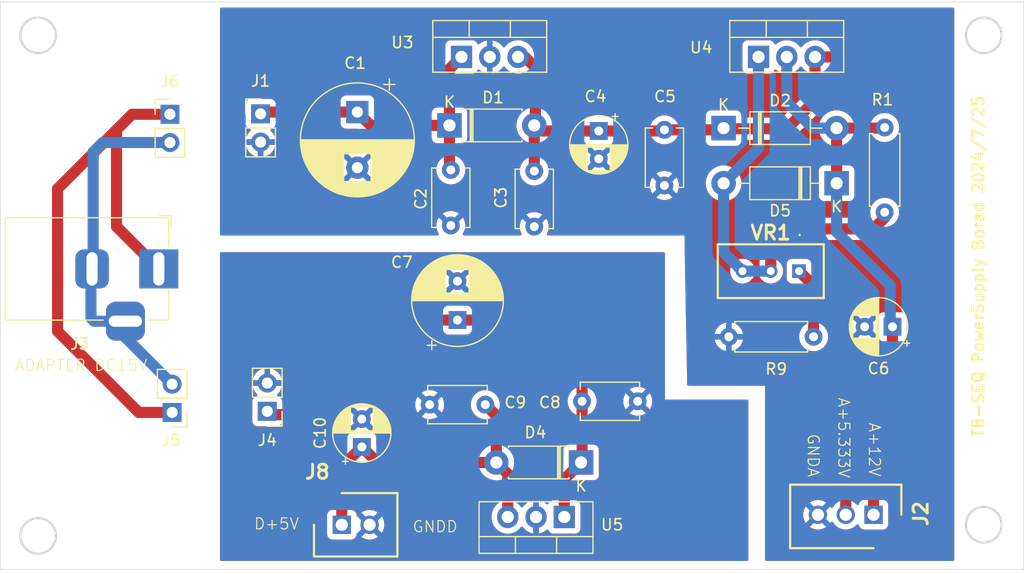
<source format=kicad_pcb>
(kicad_pcb (version 20240108) (generator "pcbnew") (generator_version "8.0")
  (layers (0 "F.Cu" signal) (31 "B.Cu" signal) (34 "B.Paste" user) (35 "F.Paste" user) (36 "B.SilkS" user "B.Silkscreen") (37 "F.SilkS" user "F.Silkscreen") (38 "B.Mask" user) (39 "F.Mask" user) (44 "Edge.Cuts" user))
  (net 0 "")
  (net 1 "GNDA")
  (net 2 "A+12V")
  (net 3 "A+5.333V")
  (net 4 "D+5V")
  (net 5 "Net-(U4-ADJ)")
  (net 6 "unconnected-(VR1-CCW-Pad1)")
  (net 7 "unconnected-(J1-Pin_1-Pad1)")
  (net 8 "GNDD")
  (net 9 "Net-(J4-Pin_1)")
  (net 10 "ADAPTER GND")
  (net 11 "ADAPTER+15V")
  (footprint "Capacitor_THT:CP_Radial_D8.0mm_P3.50mm" (layer "F.Cu") (at 102.1 71.6 90)
    (property "Reference" "C7" (at 5.2 -5 180) (layer "F.SilkS"))
    (property "Value" "470uF/25V")
    (pad "1" thru_hole rect (at 0 0 90) (size 1.6 1.6) (drill 0.8) (layers "*.Cu" "*.Mask") (net 9 "Net-(J4-Pin_1)"))
    (pad "2" thru_hole circle (at 3.5 0 90) (size 1.6 1.6) (drill 0.8) (layers "*.Cu" "*.Mask") (net 8 "GNDD"))
  )
  (footprint "Capacitor_THT:C_Disc_D5.1mm_W3.2mm_P5.00mm" (layer "F.Cu") (at 104.6 79.2 180)
    (property "Reference" "C9" (at -2.7 0.2 180) (layer "F.SilkS"))
    (property "Value" "0.1uF")
    (pad "1" thru_hole circle (at 0 0 180) (size 1.6 1.6) (drill 0.8) (layers "*.Cu" "*.Mask") (net 4 "D+5V"))
    (pad "2" thru_hole circle (at 5 0 180) (size 1.6 1.6) (drill 0.8) (layers "*.Cu" "*.Mask") (net 8 "GNDD"))
  )
  (footprint "Package_TO_SOT_THT:TO-220-3_Vertical" (layer "F.Cu") (at 129.16 47.945)
    (property "Reference" "U4" (at -5.16 -0.845 360) (layer "F.SilkS"))
    (property "Value" "LM317_TO-220")
    (pad "1" thru_hole rect (at 0 0) (size 1.905 2) (drill 1.1) (layers "*.Cu" "*.Mask") (net 5 "Net-(U4-ADJ)"))
    (pad "2" thru_hole oval (at 2.54 0) (size 1.905 2) (drill 1.1) (layers "*.Cu" "*.Mask") (net 3 "A+5.333V"))
    (pad "3" thru_hole oval (at 5.08 0) (size 1.905 2) (drill 1.1) (layers "*.Cu" "*.Mask") (net 2 "A+12V"))
  )
  (footprint "Connector_PinHeader_2.54mm:PinHeader_1x02_P2.54mm_Vertical" (layer "F.Cu") (at 76.25 53.1)
    (property "Reference" "J6" (at 0 -2.96 360) (layer "F.SilkS"))
    (property "Value" "Conn_01x02_Pin")
    (pad "1" thru_hole rect (at 0 0) (size 1.7 1.7) (drill 1) (layers "*.Cu" "*.Mask") (net 11 "ADAPTER+15V"))
    (pad "2" thru_hole oval (at 0 2.54) (size 1.7 1.7) (drill 1) (layers "*.Cu" "*.Mask") (net 10 "ADAPTER GND"))
  )
  (footprint "Connector_PinHeader_2.54mm:PinHeader_1x02_P2.54mm_Vertical" (layer "F.Cu") (at 85 79.8 180)
    (property "Reference" "J4" (at 0 -2.6 180) (layer "F.SilkS"))
    (property "Value" "Conn_01x02_Pin")
    (pad "1" thru_hole rect (at 0 0 180) (size 1.7 1.7) (drill 1) (layers "*.Cu" "*.Mask") (net 9 "Net-(J4-Pin_1)"))
    (pad "2" thru_hole oval (at 0 2.54 180) (size 1.7 1.7) (drill 1) (layers "*.Cu" "*.Mask") (net 8 "GNDD"))
  )
  (footprint "Package_TO_SOT_THT:TO-220-3_Vertical" (layer "F.Cu") (at 102.46 47.945)
    (property "Reference" "U3" (at -5.31 -1.3 0) (layer "F.SilkS"))
    (property "Value" "L7812")
    (pad "1" thru_hole rect (at 0 0) (size 1.905 2) (drill 1.1) (layers "*.Cu" "*.Mask") (net 7 "unconnected-(J1-Pin_1-Pad1)"))
    (pad "2" thru_hole oval (at 2.54 0) (size 1.905 2) (drill 1.1) (layers "*.Cu" "*.Mask") (net 1 "GNDA"))
    (pad "3" thru_hole oval (at 5.08 0) (size 1.905 2) (drill 1.1) (layers "*.Cu" "*.Mask") (net 2 "A+12V"))
  )
  (footprint "Resistor_THT:R_Axial_DIN0207_L6.3mm_D2.5mm_P7.62mm_Horizontal" (layer "F.Cu") (at 134.11 73.1 180)
    (property "Reference" "R9" (at 3.36 -2.9 0) (layer "F.SilkS"))
    (property "Value" "330")
    (pad "1" thru_hole circle (at 0 0 180) (size 1.6 1.6) (drill 0.8) (layers "*.Cu" "*.Mask") (net 6 "unconnected-(VR1-CCW-Pad1)"))
    (pad "2" thru_hole oval (at 7.62 0 180) (size 1.6 1.6) (drill 0.8) (layers "*.Cu" "*.Mask") (net 1 "GNDA"))
  )
  (footprint "Connector_PinHeader_2.54mm:PinHeader_1x02_P2.54mm_Vertical" (layer "F.Cu") (at 84.4 53.06)
    (property "Reference" "J1" (at 0 -2.96 0) (layer "F.SilkS"))
    (property "Value" "Conn_01x02_Pin")
    (pad "1" thru_hole rect (at 0 0) (size 1.7 1.7) (drill 1) (layers "*.Cu" "*.Mask") (net 7 "unconnected-(J1-Pin_1-Pad1)"))
    (pad "2" thru_hole oval (at 0 2.54) (size 1.7 1.7) (drill 1) (layers "*.Cu" "*.Mask") (net 1 "GNDA"))
  )
  (footprint "Capacitor_THT:C_Disc_D5.1mm_W3.2mm_P5.00mm" (layer "F.Cu") (at 120.7 54.5 -90)
    (property "Reference" "C5" (at -3 -0.05 0) (layer "F.SilkS"))
    (property "Value" "0.1uF")
    (pad "1" thru_hole circle (at 0 0 270) (size 1.6 1.6) (drill 0.8) (layers "*.Cu" "*.Mask") (net 2 "A+12V"))
    (pad "2" thru_hole circle (at 5 0 270) (size 1.6 1.6) (drill 0.8) (layers "*.Cu" "*.Mask") (net 1 "GNDA"))
  )
  (footprint "SamacSys_Parts:SHDR3W64P0X250_1X3_1000X570X950P" (layer "F.Cu") (at 139.5 89.1)
    (property "Reference" "J2" (at 4.25 -0.1 -90) (layer "F.SilkS") (effects (font (size 1.27 1.27) (thickness 0.254))))
    (property "Value" "DF1BZ-3P-2.5DS" (hide yes))
    (pad "1" thru_hole rect (at 0 0) (size 1.65 1.65) (drill 1.1) (layers "*.Cu" "*.Mask") (net 2 "A+12V"))
    (pad "2" thru_hole circle (at -2.5 0) (size 1.65 1.65) (drill 1.1) (layers "*.Cu" "*.Mask") (net 3 "A+5.333V"))
    (pad "3" thru_hole circle (at -5 0) (size 1.65 1.65) (drill 1.1) (layers "*.Cu" "*.Mask") (net 1 "GNDA"))
  )
  (footprint "Capacitor_THT:C_Disc_D5.1mm_W3.2mm_P5.00mm" (layer "F.Cu") (at 109 58.2 -90)
    (property "Reference" "C3" (at 2.4 3 90) (layer "F.SilkS"))
    (property "Value" "0.1uF")
    (pad "1" thru_hole circle (at 0 0 270) (size 1.6 1.6) (drill 0.8) (layers "*.Cu" "*.Mask") (net 2 "A+12V"))
    (pad "2" thru_hole circle (at 5 0 270) (size 1.6 1.6) (drill 0.8) (layers "*.Cu" "*.Mask") (net 1 "GNDA"))
  )
  (footprint "SamacSys_Parts:3296W1502A" (layer "F.Cu") (at 132.8 67.2 90)
    (property "Reference" "VR1" (at 3.45 -2.55 0) (layer "F.SilkS") (effects (font (size 1.27 1.27) (thickness 0.254))))
    (property "Value" "3296W-1-502A" (hide yes))
    (pad "1" thru_hole rect (at 0 0 90) (size 1.217 1.217) (drill 0.71) (layers "*.Cu" "*.Mask") (net 6 "unconnected-(VR1-CCW-Pad1)"))
    (pad "2" thru_hole circle (at 0 -2.54 90) (size 1.217 1.217) (drill 0.71) (layers "*.Cu" "*.Mask") (net 5 "Net-(U4-ADJ)"))
    (pad "3" thru_hole circle (at 0 -5.08 90) (size 1.217 1.217) (drill 0.71) (layers "*.Cu" "*.Mask") (net 5 "Net-(U4-ADJ)"))
  )
  (footprint "Capacitor_THT:CP_Radial_D5.0mm_P2.50mm" (layer "F.Cu") (at 114.8 54.6 -90)
    (property "Reference" "C4" (at -3.1 0.3 180) (layer "F.SilkS"))
    (property "Value" "100uF/25V")
    (pad "1" thru_hole rect (at 0 0 270) (size 1.6 1.6) (drill 0.8) (layers "*.Cu" "*.Mask") (net 2 "A+12V"))
    (pad "2" thru_hole circle (at 2.5 0 270) (size 1.6 1.6) (drill 0.8) (layers "*.Cu" "*.Mask") (net 1 "GNDA"))
  )
  (footprint "Connector_BarrelJack:BarrelJack_Horizontal" (layer "F.Cu") (at 75.25 67)
    (property "Reference" "J3" (at -7.1 6.75 0) (layer "F.SilkS"))
    (property "Value" "Barrel_Jack_Switch")
    (pad "1" thru_hole rect (at 0 0) (size 3.5 3.5) (drill oval 1 3) (layers "*.Cu" "*.Mask") (net 11 "ADAPTER+15V"))
    (pad "2" thru_hole roundrect (at -6 0) (size 3 3.5) (drill oval 1 3) (layers "*.Cu" "*.Mask") (net 10 "ADAPTER GND"))
    (pad "3" thru_hole roundrect (at -3 4.7) (size 3.5 3.5) (drill oval 3 1) (layers "*.Cu" "*.Mask") (net 10 "ADAPTER GND"))
  )
  (footprint "Capacitor_THT:C_Disc_D5.1mm_W3.2mm_P5.00mm" (layer "F.Cu") (at 101.5 58.1 -90)
    (property "Reference" "C2" (at 2.6 2.7 90) (layer "F.SilkS"))
    (property "Value" "0.1uF")
    (pad "1" thru_hole circle (at 0 0 270) (size 1.6 1.6) (drill 0.8) (layers "*.Cu" "*.Mask") (net 7 "unconnected-(J1-Pin_1-Pad1)"))
    (pad "2" thru_hole circle (at 5 0 270) (size 1.6 1.6) (drill 0.8) (layers "*.Cu" "*.Mask") (net 1 "GNDA"))
  )
  (footprint "Capacitor_THT:CP_Radial_D5.0mm_P2.50mm" (layer "F.Cu") (at 141.2 72.2 180)
    (property "Reference" "C6" (at 1.25 -3.75 180) (layer "F.SilkS"))
    (property "Value" "1uF/25V")
    (pad "1" thru_hole rect (at 0 0 180) (size 1.6 1.6) (drill 0.8) (layers "*.Cu" "*.Mask") (net 3 "A+5.333V"))
    (pad "2" thru_hole circle (at 2.5 0 180) (size 1.6 1.6) (drill 0.8) (layers "*.Cu" "*.Mask") (net 1 "GNDA"))
  )
  (footprint "Resistor_THT:R_Axial_DIN0207_L6.3mm_D2.5mm_P7.62mm_Horizontal" (layer "F.Cu") (at 140.5 54.29 -90)
    (property "Reference" "R1" (at -2.5 0.2 0) (layer "F.SilkS"))
    (property "Value" "120")
    (pad "1" thru_hole circle (at 0 0 270) (size 1.6 1.6) (drill 0.8) (layers "*.Cu" "*.Mask") (net 3 "A+5.333V"))
    (pad "2" thru_hole oval (at 7.62 0 270) (size 1.6 1.6) (drill 0.8) (layers "*.Cu" "*.Mask") (net 5 "Net-(U4-ADJ)"))
  )
  (footprint "Diode_THT:D_DO-41_SOD81_P7.62mm_Horizontal" (layer "F.Cu") (at 101.38 54.1)
    (property "Reference" "D1" (at 3.92 -2.5 0) (layer "F.SilkS"))
    (property "Value" "SBM245L")
    (fp_text user "K" (at 0 -2.1 0) (layer "F.SilkS"))
    (pad "1" thru_hole rect (at 0 0) (size 2.2 2.2) (drill 1.1) (layers "*.Cu" "*.Mask") (net 7 "unconnected-(J1-Pin_1-Pad1)"))
    (pad "2" thru_hole oval (at 7.62 0) (size 2.2 2.2) (drill 1.1) (layers "*.Cu" "*.Mask") (net 2 "A+12V"))
  )
  (footprint "Package_TO_SOT_THT:TO-220-3_Vertical" (layer "F.Cu") (at 111.7 89.3 180)
    (property "Reference" "U5" (at -4.3 -0.7 180) (layer "F.SilkS"))
    (property "Value" "L7805")
    (pad "1" thru_hole rect (at 0 0 180) (size 1.905 2) (drill 1.1) (layers "*.Cu" "*.Mask") (net 9 "Net-(J4-Pin_1)"))
    (pad "2" thru_hole oval (at 2.54 0 180) (size 1.905 2) (drill 1.1) (layers "*.Cu" "*.Mask") (net 8 "GNDD"))
    (pad "3" thru_hole oval (at 5.08 0 180) (size 1.905 2) (drill 1.1) (layers "*.Cu" "*.Mask") (net 4 "D+5V"))
  )
  (footprint "Diode_THT:D_DO-41_SOD81_P7.62mm_Horizontal" (layer "F.Cu") (at 113.21 84.4 180)
    (property "Reference" "D4" (at 4.11 2.7 180) (layer "F.SilkS"))
    (property "Value" "SBM245L")
    (fp_text user "K" (at 0 -2.1 180) (layer "F.SilkS"))
    (pad "1" thru_hole rect (at 0 0 180) (size 2.2 2.2) (drill 1.1) (layers "*.Cu" "*.Mask") (net 9 "Net-(J4-Pin_1)"))
    (pad "2" thru_hole oval (at 7.62 0 180) (size 2.2 2.2) (drill 1.1) (layers "*.Cu" "*.Mask") (net 4 "D+5V"))
  )
  (footprint "Capacitor_THT:CP_Radial_D5.0mm_P2.50mm" (layer "F.Cu") (at 93.5 83 90)
    (property "Reference" "C10" (at 1.25 -3.75 90) (layer "F.SilkS"))
    (property "Value" "100uF/25V")
    (pad "1" thru_hole rect (at 0 0 90) (size 1.6 1.6) (drill 0.8) (layers "*.Cu" "*.Mask") (net 4 "D+5V"))
    (pad "2" thru_hole circle (at 2.5 0 90) (size 1.6 1.6) (drill 0.8) (layers "*.Cu" "*.Mask") (net 8 "GNDD"))
  )
  (footprint "Capacitor_THT:C_Disc_D5.1mm_W3.2mm_P5.00mm" (layer "F.Cu") (at 113.3 78.9)
    (property "Reference" "C8" (at -2.9 0.1 360) (layer "F.SilkS"))
    (property "Value" "0.1uF")
    (pad "1" thru_hole circle (at 0 0) (size 1.6 1.6) (drill 0.8) (layers "*.Cu" "*.Mask") (net 9 "Net-(J4-Pin_1)"))
    (pad "2" thru_hole circle (at 5 0) (size 1.6 1.6) (drill 0.8) (layers "*.Cu" "*.Mask") (net 8 "GNDD"))
  )
  (footprint "Capacitor_THT:CP_Radial_D10.0mm_P5.00mm" (layer "F.Cu") (at 93.1 52.9 -90)
    (property "Reference" "C1" (at -4.4 0.2 0) (layer "F.SilkS"))
    (property "Value" "1000uF/25V")
    (pad "1" thru_hole rect (at 0 0 270) (size 2 2) (drill 1) (layers "*.Cu" "*.Mask") (net 7 "unconnected-(J1-Pin_1-Pad1)"))
    (pad "2" thru_hole circle (at 5 0 270) (size 2 2) (drill 1) (layers "*.Cu" "*.Mask") (net 1 "GNDA"))
  )
  (footprint "Connector_PinHeader_2.54mm:PinHeader_1x02_P2.54mm_Vertical" (layer "F.Cu") (at 76.45 79.9 180)
    (property "Reference" "J5" (at 0.1 -2.5 180) (layer "F.SilkS"))
    (property "Value" "Conn_01x02_Pin")
    (pad "1" thru_hole rect (at 0 0 180) (size 1.7 1.7) (drill 1) (layers "*.Cu" "*.Mask") (net 11 "ADAPTER+15V"))
    (pad "2" thru_hole oval (at 0 2.54 180) (size 1.7 1.7) (drill 1) (layers "*.Cu" "*.Mask") (net 10 "ADAPTER GND"))
  )
  (footprint "Diode_THT:D_DO-41_SOD81_P10.16mm_Horizontal" (layer "F.Cu") (at 126.02 54.344887)
    (property "Reference" "D2" (at 5.08 -2.47 360) (layer "F.SilkS"))
    (property "Value" "1N4001")
    (fp_text user "K" (at 0 -2.1 360) (layer "F.SilkS"))
    (pad "1" thru_hole rect (at 0 0) (size 2.2 2.2) (drill 1.1) (layers "*.Cu" "*.Mask") (net 2 "A+12V"))
    (pad "2" thru_hole oval (at 10.16 0) (size 2.2 2.2) (drill 1.1) (layers "*.Cu" "*.Mask") (net 3 "A+5.333V"))
  )
  (footprint "SamacSys_Parts:SHDR2W64P0X250_1X2_750X570X950P" (layer "F.Cu") (at 91.7 90 180)
    (property "Reference" "J8" (at 2.2 4.75 180) (layer "F.SilkS") (effects (font (size 1.27 1.27) (thickness 0.254))))
    (property "Value" "DF1BZ-2P-2.5DSA" (hide yes))
    (pad "1" thru_hole rect (at 0 0 180) (size 1.65 1.65) (drill 1.1) (layers "*.Cu" "*.Mask") (net 4 "D+5V"))
    (pad "2" thru_hole circle (at -2.5 0 180) (size 1.65 1.65) (drill 1.1) (layers "*.Cu" "*.Mask") (net 8 "GNDD"))
  )
  (footprint "Diode_THT:D_DO-41_SOD81_P10.16mm_Horizontal" (layer "F.Cu") (at 136.18 59.3 180)
    (property "Reference" "D5" (at 5.08 -2.47 180) (layer "F.SilkS"))
    (property "Value" "1N4001")
    (fp_text user "K" (at 0 -2.1 180) (layer "F.SilkS"))
    (pad "1" thru_hole rect (at 0 0 180) (size 2.2 2.2) (drill 1.1) (layers "*.Cu" "*.Mask") (net 3 "A+5.333V"))
    (pad "2" thru_hole oval (at 10.16 0 180) (size 2.2 2.2) (drill 1.1) (layers "*.Cu" "*.Mask") (net 5 "Net-(U4-ADJ)"))
  )
  (gr_circle (center 64.4 46) (end 66 46) (stroke (width 0.2)) (fill none) (layer "Edge.Cuts"))
  (gr_circle (center 64.4 91) (end 66 91) (stroke (width 0.2)) (fill none) (layer "Edge.Cuts"))
  (gr_circle (center 149.4 46) (end 151 46) (stroke (width 0.2)) (fill none) (layer "Edge.Cuts"))
  (gr_circle (center 149.4 90) (end 151 90) (stroke (width 0.2)) (fill none) (layer "Edge.Cuts"))
  (gr_rect (start 61 43) (end 153 94) (stroke (width 0.05)) (fill none) (layer "Edge.Cuts"))
  (gr_text "D+5V" (at 83.75 90.5 0) (layer "F.SilkS") (effects (font (size 1 1) (thickness 0.1)) (justify left bottom)))
  (gr_text "GNDA" (at 133.5 81.75 -90) (layer "F.SilkS") (effects (font (size 1 1) (thickness 0.1)) (justify left bottom)))
  (gr_text "A+12V" (at 139 80.75 -90) (layer "F.SilkS") (effects (font (size 1 1) (thickness 0.1)) (justify left bottom)))
  (gr_text "TB-SEQ PowerSupply Borad 2024/7/25" (at 149.5 82.25 90) (layer "F.SilkS") (effects (font (size 1 1) (thickness 0.2)) (justify left bottom)))
  (gr_text "GNDD" (at 98 90.75 0) (layer "F.SilkS") (effects (font (size 1 1) (thickness 0.1)) (justify left bottom)))
  (gr_text "ADAPTER DC15V" (at 62.25 76.25 0) (layer "F.SilkS") (effects (font (size 1 1) (thickness 0.1)) (justify left bottom)))
  (gr_text "A+5.333V" (at 136.25 78.5 -90) (layer "F.SilkS") (effects (font (size 1 1) (thickness 0.1)) (justify left bottom)))
  (segment (start 120.7 54.5) (end 125.864887 54.5) (width 1) (layer "F.Cu") (net 2))
  (segment (start 109.1 48.9) (end 109.1 54) (width 1) (layer "F.Cu") (net 2))
  (segment (start 125.864887 54.5) (end 126.02 54.344887) (width 1) (layer "F.Cu") (net 2))
  (segment (start 109 54.1) (end 109 58.2) (width 1) (layer "F.Cu") (net 2))
  (segment (start 109.5 54.6) (end 109 54.1) (width 1) (layer "F.Cu") (net 2))
  (segment (start 144.5 50.9) (end 141.5 47.9) (width 1) (layer "F.Cu") (net 2))
  (segment (start 131.7 54.4) (end 134.24 51.86) (width 1) (layer "F.Cu") (net 2))
  (segment (start 141.455 47.945) (end 134.24 47.945) (width 1) (layer "F.Cu") (net 2))
  (segment (start 108.145 47.945) (end 109.1 48.9) (width 1) (layer "F.Cu") (net 2))
  (segment (start 139.5 89.1) (end 139.5 80.3) (width 1) (layer "F.Cu") (net 2))
  (segment (start 134.24 51.86) (end 134.24 47.945) (width 1) (layer "F.Cu") (net 2))
  (segment (start 141.5 47.9) (end 141.455 47.945) (width 1) (layer "F.Cu") (net 2))
  (segment (start 144.5 75.3) (end 144.5 50.9) (width 1) (layer "F.Cu") (net 2))
  (segment (start 107.54 47.945) (end 108.145 47.945) (width 1) (layer "F.Cu") (net 2))
  (segment (start 126.02 54.344887) (end 126.075113 54.4) (width 1) (layer "F.Cu") (net 2))
  (segment (start 120.6 54.6) (end 120.7 54.5) (width 1) (layer "F.Cu") (net 2))
  (segment (start 114.8 54.6) (end 120.6 54.6) (width 1) (layer "F.Cu") (net 2))
  (segment (start 139.5 80.3) (end 144.5 75.3) (width 1) (layer "F.Cu") (net 2))
  (segment (start 109.1 54) (end 109 54.1) (width 1) (layer "F.Cu") (net 2))
  (segment (start 126.075113 54.4) (end 131.7 54.4) (width 1) (layer "F.Cu") (net 2))
  (segment (start 114.8 54.6) (end 109.5 54.6) (width 1) (layer "F.Cu") (net 2))
  (segment (start 141.2 74.9) (end 137 79.1) (width 1) (layer "F.Cu") (net 3))
  (segment (start 141.2 72.2) (end 141.2 74.9) (width 1) (layer "F.Cu") (net 3))
  (segment (start 136.18 54.344887) (end 140.445113 54.344887) (width 1) (layer "F.Cu") (net 3))
  (segment (start 137 79.1) (end 137 89.1) (width 1) (layer "F.Cu") (net 3))
  (segment (start 140.445113 54.344887) (end 140.5 54.29) (width 1) (layer "F.Cu") (net 3))
  (segment (start 136.18 54.344887) (end 136.18 59.3) (width 1) (layer "F.Cu") (net 3))
  (segment (start 131.7 52) (end 131.7 47.945) (width 1) (layer "B.Cu") (net 3))
  (segment (start 136.18 54.344887) (end 134.044887 54.344887) (width 1) (layer "B.Cu") (net 3))
  (segment (start 136.18 63.68) (end 141 68.5) (width 1) (layer "B.Cu") (net 3))
  (segment (start 141 72) (end 141.2 72.2) (width 1) (layer "B.Cu") (net 3))
  (segment (start 134.044887 54.344887) (end 131.7 52) (width 1) (layer "B.Cu") (net 3))
  (segment (start 136.18 59.3) (end 136.18 63.68) (width 1) (layer "B.Cu") (net 3))
  (segment (start 141 68.5) (end 141 72) (width 1) (layer "B.Cu") (net 3))
  (segment (start 91.7 84.8) (end 93.5 83) (width 1) (layer "F.Cu") (net 4))
  (segment (start 106.62 89.3) (end 106.62 85.43) (width 1) (layer "F.Cu") (net 4))
  (segment (start 105.59 84.4) (end 105.59 80.19) (width 1) (layer "F.Cu") (net 4))
  (segment (start 93.5 83) (end 94.9 84.4) (width 1) (layer "F.Cu") (net 4))
  (segment (start 105.59 80.19) (end 104.6 79.2) (width 1) (layer "F.Cu") (net 4))
  (segment (start 94.9 84.4) (end 105.59 84.4) (width 1) (layer "F.Cu") (net 4))
  (segment (start 106.62 85.43) (end 105.59 84.4) (width 1) (layer "F.Cu") (net 4))
  (segment (start 91.7 90) (end 91.7 84.8) (width 1) (layer "F.Cu") (net 4))
  (segment (start 140.5 61.91) (end 140.5 62.4) (width 1) (layer "F.Cu") (net 5))
  (segment (start 140.5 62.4) (end 139.5 63.4) (width 1) (layer "F.Cu") (net 5))
  (segment (start 131.1 63.4) (end 130.26 64.24) (width 1) (layer "F.Cu") (net 5))
  (segment (start 130.26 64.24) (end 130.26 67.2) (width 1) (layer "F.Cu") (net 5))
  (segment (start 139.5 63.4) (end 131.1 63.4) (width 1) (layer "F.Cu") (net 5))
  (segment (start 126.02 59.3) (end 126.02 65.5) (width 1) (layer "B.Cu") (net 5))
  (segment (start 126.02 65.5) (end 127.72 67.2) (width 1) (layer "B.Cu") (net 5))
  (segment (start 130.26 67.2) (end 127.72 67.2) (width 1) (layer "B.Cu") (net 5))
  (segment (start 129.16 47.945) (end 129.16 56.16) (width 1) (layer "B.Cu") (net 5))
  (segment (start 129.16 56.16) (end 126.02 59.3) (width 1) (layer "B.Cu") (net 5))
  (segment (start 132.8 67.2) (end 134.11 68.51) (width 1) (layer "F.Cu") (net 6))
  (segment (start 134.11 68.51) (end 134.11 73.1) (width 1) (layer "F.Cu") (net 6))
  (segment (start 84.56 52.9) (end 84.4 53.06) (width 1) (layer "F.Cu") (net 7))
  (segment (start 94.3 54.1) (end 93.1 52.9) (width 1) (layer "F.Cu") (net 7))
  (segment (start 101.38 54.1) (end 94.3 54.1) (width 1) (layer "F.Cu") (net 7))
  (segment (start 101.38 54.1) (end 101.38 49.025) (width 1) (layer "F.Cu") (net 7))
  (segment (start 101.38 49.025) (end 102.46 47.945) (width 1) (layer "F.Cu") (net 7))
  (segment (start 101.38 54.1) (end 101.38 57.98) (width 1) (layer "F.Cu") (net 7))
  (segment (start 93.1 52.9) (end 84.56 52.9) (width 1) (layer "F.Cu") (net 7))
  (segment (start 101.38 57.98) (end 101.5 58.1) (width 1) (layer "F.Cu") (net 7))
  (segment (start 87.9 80.1) (end 85.3 80.1) (width 1) (layer "F.Cu") (net 9))
  (segment (start 113.3 84.31) (end 113.21 84.4) (width 1) (layer "F.Cu") (net 9))
  (segment (start 85.3 80.1) (end 85 79.8) (width 1) (layer "F.Cu") (net 9))
  (segment (start 111.7 85.91) (end 111.7 89.3) (width 1) (layer "F.Cu") (net 9))
  (segment (start 96.4 71.6) (end 87.9 80.1) (width 1) (layer "F.Cu") (net 9))
  (segment (start 113.3 74.8) (end 113.3 78.9) (width 1) (layer "F.Cu") (net 9))
  (segment (start 102.1 71.6) (end 96.4 71.6) (width 1) (layer "F.Cu") (net 9))
  (segment (start 110.1 71.6) (end 113.3 74.8) (width 1) (layer "F.Cu") (net 9))
  (segment (start 102.1 71.6) (end 110.1 71.6) (width 1) (layer "F.Cu") (net 9))
  (segment (start 113.21 84.4) (end 111.7 85.91) (width 1) (layer "F.Cu") (net 9))
  (segment (start 113.3 78.9) (end 113.3 84.31) (width 1) (layer "F.Cu") (net 9))
  (segment (start 76.45 77.36) (end 72.25 73.16) (width 1) (layer "B.Cu") (net 10))
  (segment (start 72.25 71.7) (end 69.45 71.7) (width 1) (layer "B.Cu") (net 10))
  (segment (start 69.35 66.9) (end 69.25 67) (width 1) (layer "B.Cu") (net 10))
  (segment (start 69.35 56.5) (end 69.35 66.9) (width 1) (layer "B.Cu") (net 10))
  (segment (start 76.25 55.64) (end 70.21 55.64) (width 1) (layer "B.Cu") (net 10))
  (segment (start 69.15 67.1) (end 69.25 67) (width 1) (layer "B.Cu") (net 10))
  (segment (start 72.25 73.16) (end 72.25 71.7) (width 1) (layer "B.Cu") (net 10))
  (segment (start 69.15 71.4) (end 69.15 67.1) (width 1) (layer "B.Cu") (net 10))
  (segment (start 69.45 71.7) (end 69.15 71.4) (width 1) (layer "B.Cu") (net 10))
  (segment (start 70.21 55.64) (end 69.35 56.5) (width 1) (layer "B.Cu") (net 10))
  (segment (start 76.45 79.9) (end 73.45 79.9) (width 1) (layer "F.Cu") (net 11))
  (segment (start 66.15 59.8) (end 71.45 54.5) (width 1) (layer "F.Cu") (net 11))
  (segment (start 72.85 53.1) (end 71.45 54.5) (width 1) (layer "F.Cu") (net 11))
  (segment (start 66.15 72.6) (end 66.15 59.8) (width 1) (layer "F.Cu") (net 11))
  (segment (start 76.25 53.1) (end 72.85 53.1) (width 1) (layer "F.Cu") (net 11))
  (segment (start 73.45 79.9) (end 66.15 72.6) (width 1) (layer "F.Cu") (net 11))
  (segment (start 71.45 54.5) (end 71.45 63.2) (width 1) (layer "F.Cu") (net 11))
  (segment (start 71.45 63.2) (end 75.25 67) (width 1) (layer "F.Cu") (net 11))
  (zone (net 1) (net_name "GNDA") (layers "F&B.Cu") (priority 1) (connect_pads (clearance 0.5)) (min_thickness 0.25) (fill yes (thermal_gap 0.5) (thermal_bridge_width 0.5))
    (polygon (pts (xy 80.75 43.5) (xy 80.75 64) (xy 122.5 64) (xy 122.75 77.5) (xy 129.75 77.5) (xy 129.75 93.25) (xy 146.75 93.25) (xy 146.75 43.5)))
  )
  (zone (net 8) (net_name "GNDD") (layers "F&B.Cu") (connect_pads (clearance 0.5)) (min_thickness 0.25) (fill yes (thermal_gap 0.5) (thermal_bridge_width 0.5))
    (polygon (pts (xy 120.75 65.5) (xy 120.75 78.75) (xy 128.25 78.75) (xy 128.25 93.25) (xy 80.75 93.25) (xy 80.75 65.5)))
  )
)
</source>
